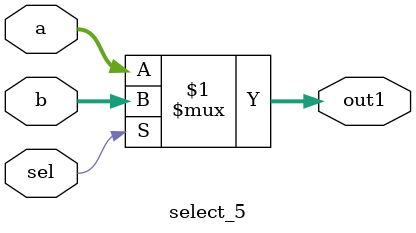
<source format=v>
`timescale 1ns / 1ps


module select_5(
input [4:0]a,
input [4:0]b,
input sel,
output [4:0]out1
    );
        assign out1=sel?b:a;
endmodule

</source>
